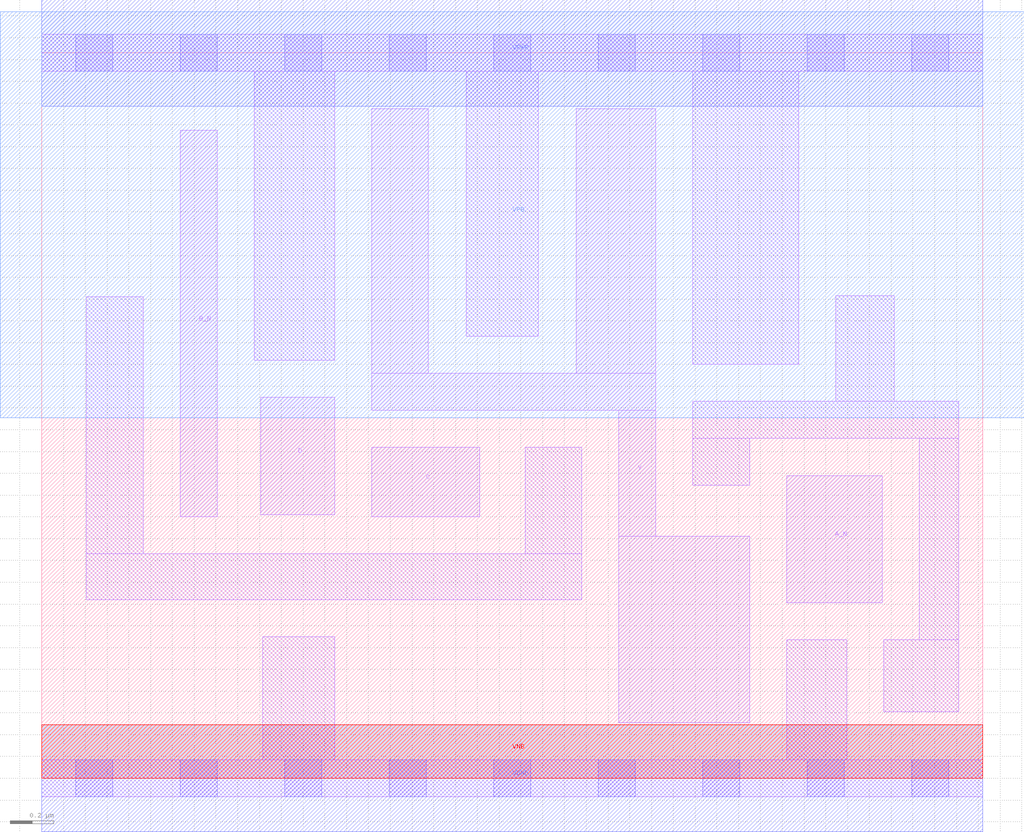
<source format=lef>
# Copyright 2020 The SkyWater PDK Authors
#
# Licensed under the Apache License, Version 2.0 (the "License");
# you may not use this file except in compliance with the License.
# You may obtain a copy of the License at
#
#     https://www.apache.org/licenses/LICENSE-2.0
#
# Unless required by applicable law or agreed to in writing, software
# distributed under the License is distributed on an "AS IS" BASIS,
# WITHOUT WARRANTIES OR CONDITIONS OF ANY KIND, either express or implied.
# See the License for the specific language governing permissions and
# limitations under the License.
#
# SPDX-License-Identifier: Apache-2.0

VERSION 5.7 ;
  NOWIREEXTENSIONATPIN ON ;
  DIVIDERCHAR "/" ;
  BUSBITCHARS "[]" ;
MACRO sky130_fd_sc_lp__nand4bb_1
  CLASS CORE ;
  FOREIGN sky130_fd_sc_lp__nand4bb_1 ;
  ORIGIN  0.000000  0.000000 ;
  SIZE  4.320000 BY  3.330000 ;
  SYMMETRY X Y R90 ;
  SITE unit ;
  PIN A_N
    ANTENNAGATEAREA  0.126000 ;
    DIRECTION INPUT ;
    USE SIGNAL ;
    PORT
      LAYER li1 ;
        RECT 3.420000 0.805000 3.860000 1.390000 ;
    END
  END A_N
  PIN B_N
    ANTENNAGATEAREA  0.126000 ;
    DIRECTION INPUT ;
    USE SIGNAL ;
    PORT
      LAYER li1 ;
        RECT 0.635000 1.200000 0.805000 2.975000 ;
    END
  END B_N
  PIN C
    ANTENNAGATEAREA  0.315000 ;
    DIRECTION INPUT ;
    USE SIGNAL ;
    PORT
      LAYER li1 ;
        RECT 1.515000 1.200000 2.010000 1.520000 ;
    END
  END C
  PIN D
    ANTENNAGATEAREA  0.315000 ;
    DIRECTION INPUT ;
    USE SIGNAL ;
    PORT
      LAYER li1 ;
        RECT 1.005000 1.210000 1.345000 1.750000 ;
    END
  END D
  PIN Y
    ANTENNADIFFAREA  0.928200 ;
    DIRECTION OUTPUT ;
    USE SIGNAL ;
    PORT
      LAYER li1 ;
        RECT 1.515000 1.690000 2.820000 1.860000 ;
        RECT 1.515000 1.860000 1.775000 3.075000 ;
        RECT 2.455000 1.860000 2.820000 3.075000 ;
        RECT 2.650000 0.255000 3.250000 1.110000 ;
        RECT 2.650000 1.110000 2.820000 1.690000 ;
    END
  END Y
  PIN VGND
    DIRECTION INOUT ;
    USE GROUND ;
    PORT
      LAYER met1 ;
        RECT 0.000000 -0.245000 4.320000 0.245000 ;
    END
  END VGND
  PIN VNB
    DIRECTION INOUT ;
    USE GROUND ;
    PORT
      LAYER pwell ;
        RECT 0.000000 0.000000 4.320000 0.245000 ;
    END
  END VNB
  PIN VPB
    DIRECTION INOUT ;
    USE POWER ;
    PORT
      LAYER nwell ;
        RECT -0.190000 1.655000 4.510000 3.520000 ;
    END
  END VPB
  PIN VPWR
    DIRECTION INOUT ;
    USE POWER ;
    PORT
      LAYER met1 ;
        RECT 0.000000 3.085000 4.320000 3.575000 ;
    END
  END VPWR
  OBS
    LAYER li1 ;
      RECT 0.000000 -0.085000 4.320000 0.085000 ;
      RECT 0.000000  3.245000 4.320000 3.415000 ;
      RECT 0.205000  0.820000 2.480000 1.030000 ;
      RECT 0.205000  1.030000 0.465000 2.210000 ;
      RECT 0.975000  1.920000 1.345000 3.245000 ;
      RECT 1.015000  0.085000 1.345000 0.650000 ;
      RECT 1.950000  2.030000 2.280000 3.245000 ;
      RECT 2.220000  1.030000 2.480000 1.520000 ;
      RECT 2.990000  1.345000 3.250000 1.560000 ;
      RECT 2.990000  1.560000 4.210000 1.730000 ;
      RECT 2.990000  1.900000 3.475000 3.245000 ;
      RECT 3.420000  0.085000 3.695000 0.635000 ;
      RECT 3.645000  1.730000 3.915000 2.215000 ;
      RECT 3.865000  0.305000 4.210000 0.635000 ;
      RECT 4.030000  0.635000 4.210000 1.560000 ;
    LAYER mcon ;
      RECT 0.155000 -0.085000 0.325000 0.085000 ;
      RECT 0.155000  3.245000 0.325000 3.415000 ;
      RECT 0.635000 -0.085000 0.805000 0.085000 ;
      RECT 0.635000  3.245000 0.805000 3.415000 ;
      RECT 1.115000 -0.085000 1.285000 0.085000 ;
      RECT 1.115000  3.245000 1.285000 3.415000 ;
      RECT 1.595000 -0.085000 1.765000 0.085000 ;
      RECT 1.595000  3.245000 1.765000 3.415000 ;
      RECT 2.075000 -0.085000 2.245000 0.085000 ;
      RECT 2.075000  3.245000 2.245000 3.415000 ;
      RECT 2.555000 -0.085000 2.725000 0.085000 ;
      RECT 2.555000  3.245000 2.725000 3.415000 ;
      RECT 3.035000 -0.085000 3.205000 0.085000 ;
      RECT 3.035000  3.245000 3.205000 3.415000 ;
      RECT 3.515000 -0.085000 3.685000 0.085000 ;
      RECT 3.515000  3.245000 3.685000 3.415000 ;
      RECT 3.995000 -0.085000 4.165000 0.085000 ;
      RECT 3.995000  3.245000 4.165000 3.415000 ;
  END
END sky130_fd_sc_lp__nand4bb_1
END LIBRARY

</source>
